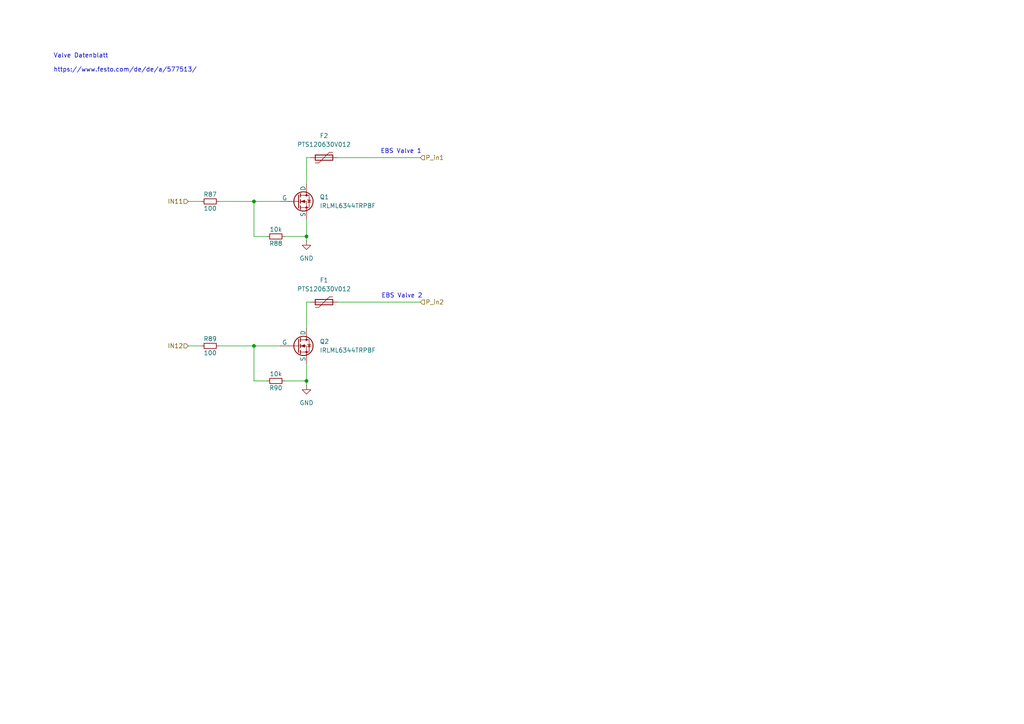
<source format=kicad_sch>
(kicad_sch (version 20231120) (generator "eeschema") (generator_version "8.0")
  (paper "A4")
  (title_block (title "PDU FT25") (date "2024-11-18") (rev "V1.0") (company "Janek Herm") (comment 1 "FaSTTUBe Electronics"))
  (lib_symbols
    (symbol "Device:Polyfuse" (pin_numbers hide) (pin_names (offset 0))
      (property "Reference" "F" (at -2.54 0 90))
      (property "Value" "Polyfuse" (at 2.54 0 90))
      (symbol "Polyfuse_0_1"
        (rectangle (start -0.762 2.54) (end 0.762 -2.54) (stroke (width 0.254)))
        (polyline (pts (xy 0 2.54) (xy 0 -2.54)))
        (polyline (pts (xy -1.524 2.54) (xy -1.524 1.524) (xy 1.524 -1.524) (xy 1.524 -2.54)))
      )
      (symbol "Polyfuse_1_1"
        (pin passive line (at 0 3.81 270) (length 1.27) (name "~") (number "1"))
        (pin passive line (at 0 -3.81 90) (length 1.27) (name "~") (number "2"))
      )
    )
    (symbol "Device:R_Small" (pin_numbers hide) (pin_names (offset 0.254) hide)
      (property "Reference" "R" (at 0.762 0.508 0))
      (property "Value" "R_Small" (at 0.762 -1.016 0))
      (symbol "R_Small_0_1"
        (rectangle (start -0.762 1.778) (end 0.762 -1.778) (stroke (width 0.2032)))
      )
      (symbol "R_Small_1_1"
        (pin passive line (at 0 2.54 270) (length 0.762) (name "~") (number "1"))
        (pin passive line (at 0 -2.54 90) (length 0.762) (name "~") (number "2"))
      )
    )
    (symbol "Simulation_SPICE:NMOS" (pin_numbers hide) (pin_names (offset 0))
      (property "Reference" "Q" (at 5.08 1.27 0))
      (property "Value" "NMOS" (at 5.08 -1.27 0))
      (symbol "NMOS_0_1"
        (polyline (pts (xy 0.254 0) (xy -2.54 0)))
        (polyline (pts (xy 0.254 1.905) (xy 0.254 -1.905)) (stroke (width 0.254)))
        (polyline (pts (xy 0.762 -1.27) (xy 0.762 -2.286)) (stroke (width 0.254)))
        (polyline (pts (xy 0.762 0.508) (xy 0.762 -0.508)) (stroke (width 0.254)))
        (polyline (pts (xy 0.762 2.286) (xy 0.762 1.27)) (stroke (width 0.254)))
        (polyline (pts (xy 2.54 2.54) (xy 2.54 1.778)))
        (polyline (pts (xy 2.54 -2.54) (xy 2.54 0) (xy 0.762 0)))
        (polyline (pts (xy 0.762 -1.778) (xy 3.302 -1.778) (xy 3.302 1.778) (xy 0.762 1.778)))
        (polyline (pts (xy 1.016 0) (xy 2.032 0.381) (xy 2.032 -0.381) (xy 1.016 0)) (fill (type outline)))
        (polyline (pts (xy 2.794 0.508) (xy 2.921 0.381) (xy 3.683 0.381) (xy 3.81 0.254)))
        (polyline (pts (xy 3.302 0.381) (xy 2.921 -0.254) (xy 3.683 -0.254) (xy 3.302 0.381)))
        (circle (center 1.651 0) (radius 2.794) (stroke (width 0.254)))
        (circle (center 2.54 -1.778) (radius 0.254) (fill (type outline)))
        (circle (center 2.54 1.778) (radius 0.254) (fill (type outline)))
      )
      (symbol "NMOS_1_1"
        (pin passive line (at 2.54 5.08 270) (length 2.54) (name "D") (number "1"))
        (pin input line (at -5.08 0 0) (length 2.54) (name "G") (number "2"))
        (pin passive line (at 2.54 -5.08 90) (length 2.54) (name "S") (number "3"))
      )
    )
    (symbol "power:GND" (power) (pin_numbers hide) (pin_names (offset 0) hide)
      (property "Value" "GND" (at 0 -3.81 0))
      (symbol "GND_0_1"
        (polyline (pts (xy 0 0) (xy 0 -1.27) (xy 1.27 -1.27) (xy 0 -2.54) (xy -1.27 -1.27) (xy 0 -1.27)))
      )
      (symbol "GND_1_1"
        (pin power_in line (at 0 0 270) (length 0) (name "~") (number "1"))
      )
    )
  )
  (junction (at 73.66 58.42))
  (junction (at 88.9 110.49))
  (junction (at 88.9 68.58))
  (junction (at 73.66 100.33))
  (wire (pts (xy 88.9 45.72) (xy 90.17 45.72)))
  (wire (pts (xy 73.66 68.58) (xy 77.47 68.58)))
  (wire (pts (xy 63.5 100.33) (xy 73.66 100.33)))
  (wire (pts (xy 88.9 63.5) (xy 88.9 68.58)))
  (wire (pts (xy 73.66 110.49) (xy 77.47 110.49)))
  (wire (pts (xy 88.9 45.72) (xy 88.9 53.34)))
  (wire (pts (xy 54.61 100.33) (xy 58.42 100.33)))
  (wire (pts (xy 88.9 110.49) (xy 88.9 111.76)))
  (wire (pts (xy 97.79 87.63) (xy 121.92 87.63)))
  (wire (pts (xy 54.61 58.42) (xy 58.42 58.42)))
  (wire (pts (xy 97.79 45.72) (xy 121.92 45.72)))
  (wire (pts (xy 88.9 68.58) (xy 88.9 69.85)))
  (wire (pts (xy 73.66 58.42) (xy 73.66 68.58)))
  (wire (pts (xy 73.66 100.33) (xy 81.28 100.33)))
  (wire (pts (xy 88.9 87.63) (xy 90.17 87.63)))
  (wire (pts (xy 88.9 105.41) (xy 88.9 110.49)))
  (wire (pts (xy 73.66 100.33) (xy 73.66 110.49)))
  (wire (pts (xy 88.9 87.63) (xy 88.9 95.25)))
  (wire (pts (xy 63.5 58.42) (xy 73.66 58.42)))
  (wire (pts (xy 82.55 68.58) (xy 88.9 68.58)))
  (wire (pts (xy 82.55 110.49) (xy 88.9 110.49)))
  (wire (pts (xy 73.66 58.42) (xy 81.28 58.42)))
  (text "EBS Valve 1" (at 116.332 43.942 0) (effects (font (size 1.27 1.27))))
  (text "EBS Valve 2" (at 116.586 85.852 0) (effects (font (size 1.27 1.27))))
  (text "Valve Datenblatt\n\nhttps://www.festo.com/de/de/a/577513/" (at 15.494 18.288 0) (effects (font (size 1.27 1.27)) (justify left)))
  (hierarchical_label "IN11" (shape input) (at 54.61 58.42 180) (effects (font (thickness 0.1588))))
  (hierarchical_label "IN12" (shape input) (at 54.61 100.33 180) (effects (font (thickness 0.1588))))
  (hierarchical_label "P_in2" (shape input) (at 121.92 87.63 0))
  (hierarchical_label "P_in1" (shape input) (at 121.92 45.72 0))
  (symbol (lib_id "power:GND") (at 88.9 111.76 0) (unit 1)
    (property "Reference" "#PWR0120" (effects (hide yes)))
    (property "Value" "GND" (at 88.9 116.84 0))
    (property "Description" "Power symbol creates a global label with name \"GND\" , ground" (effects (hide yes)))
  )
  (symbol (lib_id "Device:Polyfuse") (at 93.98 45.72 90) (unit 1)
    (property "Reference" "F2" (at 93.98 39.37 90))
    (property "Value" "PTS120630V012" (at 93.98 41.91 90))
    (property "Footprint" "Fuse:Fuse_1206_3216Metric_Pad1.42x1.75mm_HandSolder" (effects (hide yes)))
    (property "Datasheet" "https://www.mouser.de/datasheet/2/87/eaton_pts1206_6_60_volt_dc_surface_mount_resettabl-1608737.pdf" (effects (hide yes)))
    (property "Description" "Resettable fuse, polymeric positive temperature coefficient" (effects (hide yes)))
  )
  (symbol (lib_id "Device:Polyfuse") (at 93.98 87.63 90) (unit 1)
    (property "Reference" "F1" (at 93.98 81.28 90))
    (property "Value" "PTS120630V012" (at 93.98 83.82 90))
    (property "Footprint" "Fuse:Fuse_1206_3216Metric_Pad1.42x1.75mm_HandSolder" (effects (hide yes)))
    (property "Datasheet" "https://www.mouser.de/datasheet/2/87/eaton_pts1206_6_60_volt_dc_surface_mount_resettabl-1608737.pdf" (effects (hide yes)))
    (property "Description" "Resettable fuse, polymeric positive temperature coefficient" (effects (hide yes)))
  )
  (symbol (lib_id "Device:R_Small") (at 80.01 110.49 90) (unit 1)
    (property "Reference" "R90" (at 80.01 112.522 90))
    (property "Value" "10k" (at 80.01 108.458 90))
    (property "Footprint" "Resistor_SMD:R_0603_1608Metric_Pad0.98x0.95mm_HandSolder" (effects (hide yes)))
    (property "Description" "Resistor, small symbol" (effects (hide yes)))
  )
  (symbol (lib_id "Device:R_Small") (at 80.01 68.58 90) (unit 1)
    (property "Reference" "R88" (at 80.01 70.612 90))
    (property "Value" "10k" (at 80.01 66.548 90))
    (property "Footprint" "Resistor_SMD:R_0603_1608Metric_Pad0.98x0.95mm_HandSolder" (effects (hide yes)))
    (property "Description" "Resistor, small symbol" (effects (hide yes)))
  )
  (symbol (lib_id "Device:R_Small") (at 60.96 100.33 270) (unit 1)
    (property "Reference" "R89" (at 60.96 98.298 90))
    (property "Value" "100" (at 60.96 102.362 90))
    (property "Footprint" "Resistor_SMD:R_0603_1608Metric_Pad0.98x0.95mm_HandSolder" (effects (hide yes)))
    (property "Description" "Resistor, small symbol" (effects (hide yes)))
  )
  (symbol (lib_id "Device:R_Small") (at 60.96 58.42 270) (unit 1)
    (property "Reference" "R87" (at 60.96 56.388 90))
    (property "Value" "100" (at 60.96 60.452 90))
    (property "Footprint" "Resistor_SMD:R_0603_1608Metric_Pad0.98x0.95mm_HandSolder" (effects (hide yes)))
    (property "Description" "Resistor, small symbol" (effects (hide yes)))
  )
  (symbol (lib_id "Simulation_SPICE:NMOS") (at 86.36 100.33 0) (unit 1)
    (property "Reference" "Q2" (at 92.71 99.0599 0) (effects (justify left)))
    (property "Value" "IRLML6344TRPBF" (at 92.71 101.5999 0) (effects (justify left)))
    (property "Footprint" "Package_TO_SOT_SMD:SOT-23-3" (effects (hide yes)))
    (property "Datasheet" "https://www.mouser.de/datasheet/2/196/Infineon_IRLML6344_DataSheet_v01_01_EN-3363406.pdf" (effects (hide yes)))
    (property "Description" "N-MOSFET transistor, drain/source/gate" (effects (hide yes)))
    (property "Sim.Device" "NMOS" (effects (hide yes)))
    (property "Sim.Type" "VDMOS" (effects (hide yes)))
    (property "Sim.Pins" "1=D 2=G 3=S" (effects (hide yes)))
  )
  (symbol (lib_id "power:GND") (at 88.9 69.85 0) (unit 1)
    (property "Reference" "#PWR0119" (effects (hide yes)))
    (property "Value" "GND" (at 88.9 74.93 0))
    (property "Description" "Power symbol creates a global label with name \"GND\" , ground" (effects (hide yes)))
  )
  (symbol (lib_id "Simulation_SPICE:NMOS") (at 86.36 58.42 0) (unit 1)
    (property "Reference" "Q1" (at 92.71 57.1499 0) (effects (justify left)))
    (property "Value" "IRLML6344TRPBF" (at 92.71 59.6899 0) (effects (justify left)))
    (property "Footprint" "Package_TO_SOT_SMD:SOT-23-3" (effects (hide yes)))
    (property "Datasheet" "https://www.mouser.de/datasheet/2/196/Infineon_IRLML6344_DataSheet_v01_01_EN-3363406.pdf" (effects (hide yes)))
    (property "Description" "N-MOSFET transistor, drain/source/gate" (effects (hide yes)))
    (property "Sim.Device" "NMOS" (effects (hide yes)))
    (property "Sim.Type" "VDMOS" (effects (hide yes)))
    (property "Sim.Pins" "1=D 2=G 3=S" (effects (hide yes)))
  )
)
</source>
